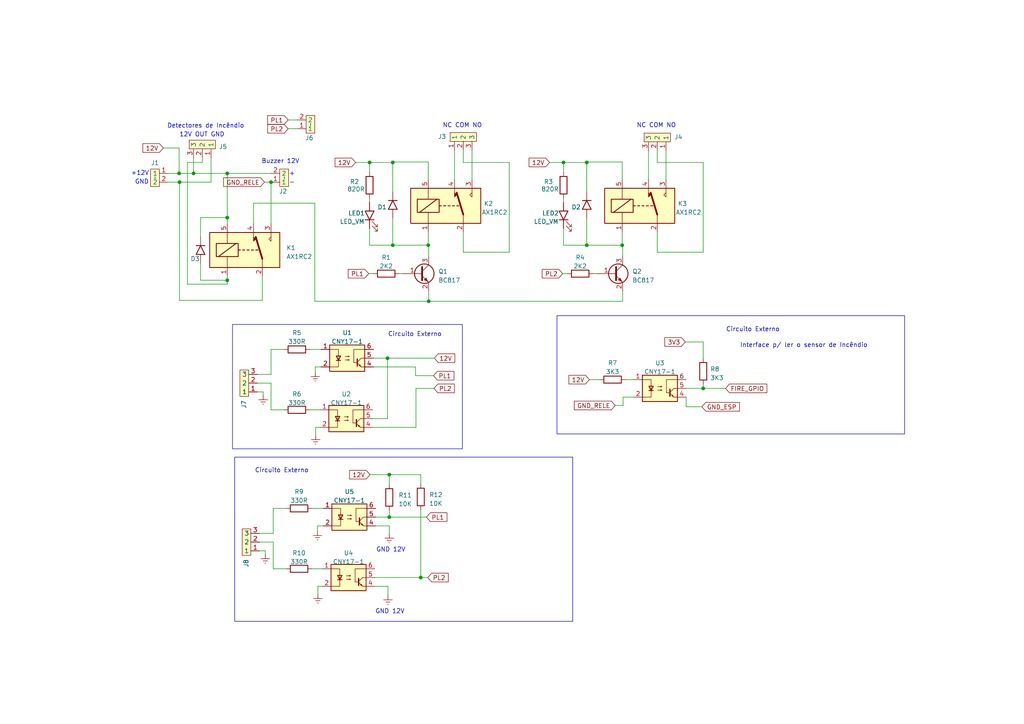
<source format=kicad_sch>
(kicad_sch (version 20230121) (generator eeschema)
  (paper "A4")
  (lib_symbols
    (symbol "Device:D" (pin_numbers hide) (pin_names (offset 1.016) hide)
      (property "Reference" "D1" (at 0.635 -2.794 90))
      (property "Value" "D" (at -1.905 -2.794 90))
      (symbol "D_0_1"
        (polyline (pts (xy -1.27 1.27) (xy -1.27 -1.27)) (stroke (width 0.254)))
        (polyline (pts (xy 1.27 1.27) (xy 1.27 -1.27) (xy -1.27 0) (xy 1.27 1.27)) (stroke (width 0.254)))
      )
      (symbol "D_1_1"
        (pin passive line (at -3.81 0 0) (length 2.54) (name "K") (number "1"))
        (pin passive line (at 3.81 0 180) (length 2.54) (name "A") (number "2"))
      )
    )
    (symbol "Device:LED" (pin_numbers hide) (pin_names (offset 1.016) hide)
      (property "Reference" "D3" (at -0.9525 -3.175 90))
      (property "Value" "LED" (at -3.4925 -3.175 90))
      (symbol "LED_0_1"
        (polyline (pts (xy -1.27 -1.27) (xy -1.27 1.27)) (stroke (width 0.254)))
        (polyline (pts (xy 1.27 -1.27) (xy 1.27 1.27) (xy -1.27 0) (xy 1.27 -1.27)) (stroke (width 0.254)))
        (polyline (pts (xy -3.048 -0.762) (xy -4.572 -2.286) (xy -3.81 -2.286) (xy -4.572 -2.286) (xy -4.572 -1.524)))
        (polyline (pts (xy -1.778 -0.762) (xy -3.302 -2.286) (xy -2.54 -2.286) (xy -3.302 -2.286) (xy -3.302 -1.524)))
      )
      (symbol "LED_1_1"
        (pin passive line (at -3.81 0 0) (length 2.54) (name "K") (number "1"))
        (pin passive line (at 3.81 0 180) (length 2.54) (name "A") (number "2"))
      )
    )
    (symbol "Device:R" (pin_numbers hide) (pin_names (offset 0))
      (property "Reference" "R" (at 2.032 0 90))
      (property "Value" "R" (at 0 0 90))
      (symbol "R_0_1"
        (rectangle (start -1.016 -2.54) (end 1.016 2.54) (stroke (width 0.254)))
      )
      (symbol "R_1_1"
        (pin passive line (at 0 3.81 270) (length 1.27) (name "~") (number "1"))
        (pin passive line (at 0 -3.81 90) (length 1.27) (name "~") (number "2"))
      )
    )
    (symbol "Isolator:CNY17-1" (pin_names (offset 1.016))
      (property "Reference" "U" (at -5.08 5.08 0))
      (property "Value" "CNY17-1" (at 0 5.08 0))
      (symbol "CNY17-1_0_1"
        (rectangle (start -5.08 3.81) (end 5.08 -3.81) (stroke (width 0.254)) (fill (type background)))
        (polyline (pts (xy -3.175 -0.635) (xy -1.905 -0.635)) (stroke (width 0.254)))
        (polyline (pts (xy 2.921 -1.397) (xy 4.064 -2.54)))
        (polyline (pts (xy 2.921 -1.27) (xy 1.905 -1.27)))
        (polyline (pts (xy 2.921 -1.143) (xy 4.064 0)))
        (polyline (pts (xy 4.064 -2.54) (xy 5.08 -2.54)))
        (polyline (pts (xy 5.08 0) (xy 4.064 0)))
        (polyline (pts (xy -5.08 2.54) (xy -2.54 2.54) (xy -2.54 -0.762)))
        (polyline (pts (xy -2.54 -0.635) (xy -2.54 -2.54) (xy -5.08 -2.54)))
        (polyline (pts (xy 1.905 -1.27) (xy 1.905 2.54) (xy 5.08 2.54)))
        (polyline (pts (xy 2.921 -0.254) (xy 2.921 -2.286) (xy 2.921 -2.286)) (stroke (width 0.3556)))
        (polyline (pts (xy -2.54 -0.635) (xy -3.175 0.635) (xy -1.905 0.635) (xy -2.54 -0.635)) (stroke (width 0.254)))
        (polyline (pts (xy 3.937 -2.413) (xy 3.683 -1.905) (xy 3.429 -2.159) (xy 3.937 -2.413)))
        (polyline (pts (xy -0.635 -0.508) (xy 0.635 -0.508) (xy 0.254 -0.635) (xy 0.254 -0.381) (xy 0.635 -0.508)))
        (polyline (pts (xy -0.635 0.508) (xy 0.635 0.508) (xy 0.254 0.381) (xy 0.254 0.635) (xy 0.635 0.508)))
      )
      (symbol "CNY17-1_1_1"
        (pin passive line (at -7.62 2.54 0) (length 2.54) (name "~") (number "1"))
        (pin passive line (at -7.62 -2.54 0) (length 2.54) (name "~") (number "2"))
        (pin no_connect line (at -5.08 0 0) (length 2.54) hide (name "NC") (number "3"))
        (pin passive line (at 7.62 -2.54 180) (length 2.54) (name "~") (number "4"))
        (pin passive line (at 7.62 0 180) (length 2.54) (name "~") (number "5"))
        (pin passive line (at 7.62 2.54 180) (length 2.54) (name "~") (number "6"))
      )
    )
    (symbol "KRE_2_vias_1"
      (property "Reference" "J" (at 0 -2.54 0))
      (symbol "KRE_2_vias_1_1_1"
        (rectangle (start -2.54 1.27) (end 2.54 -1.27) (fill (type background)))
        (pin input line (at -1.27 3.81 270) (length 2.54) (name "1") (number "1"))
        (pin input line (at 1.27 3.81 270) (length 2.54) (name "2") (number "2"))
      )
    )
    (symbol "My_Library_Conectors:KRE_2_vias"
      (property "Reference" "J" (at 0 -2.54 0))
      (symbol "KRE_2_vias_1_1"
        (rectangle (start -2.54 1.27) (end 2.54 -1.27) (fill (type background)))
        (pin input line (at -1.27 3.81 270) (length 2.54) (name "1") (number "1"))
        (pin input line (at 1.27 3.81 270) (length 2.54) (name "2") (number "2"))
      )
    )
    (symbol "My_Library_Conectors:KRE_3_vias"
      (property "Reference" "J" (at -5.08 0 0))
      (property "Value" "KRE_3_vias" (at 1.27 -2.54 0))
      (symbol "KRE_3_vias_1_1"
        (rectangle (start -2.54 1.27) (end 5.08 -1.27) (fill (type background)))
        (pin input line (at -1.27 3.81 270) (length 2.54) (name "1") (number "1"))
        (pin input line (at 1.27 3.81 270) (length 2.54) (name "2") (number "2"))
        (pin input line (at 3.81 3.81 270) (length 2.54) (name "3") (number "3"))
      )
    )
    (symbol "Relay:G5Q-1"
      (property "Reference" "K" (at 11.43 3.81 0))
      (property "Value" "G5Q-1" (at 11.43 1.27 0))
      (symbol "G5Q-1_0_0"
        (polyline (pts (xy 7.62 5.08) (xy 7.62 2.54) (xy 6.985 3.175) (xy 7.62 3.81)))
      )
      (symbol "G5Q-1_0_1"
        (rectangle (start -10.16 5.08) (end 10.16 -5.08) (stroke (width 0.254)) (fill (type background)))
        (rectangle (start -8.255 1.905) (end -1.905 -1.905) (stroke (width 0.254)))
        (polyline (pts (xy -7.62 -1.905) (xy -2.54 1.905)) (stroke (width 0.254)))
        (polyline (pts (xy -5.08 -5.08) (xy -5.08 -1.905)))
        (polyline (pts (xy -5.08 5.08) (xy -5.08 1.905)))
        (polyline (pts (xy -1.905 0) (xy -1.27 0)) (stroke (width 0.254)))
        (polyline (pts (xy -0.635 0) (xy 0 0)) (stroke (width 0.254)))
        (polyline (pts (xy 0.635 0) (xy 1.27 0)) (stroke (width 0.254)))
        (polyline (pts (xy 1.905 0) (xy 2.54 0)) (stroke (width 0.254)))
        (polyline (pts (xy 3.175 0) (xy 3.81 0)) (stroke (width 0.254)))
        (polyline (pts (xy 5.08 -2.54) (xy 3.175 3.81)) (stroke (width 0.508)))
        (polyline (pts (xy 5.08 -2.54) (xy 5.08 -5.08)))
        (polyline (pts (xy 2.54 5.08) (xy 2.54 2.54) (xy 3.175 3.175) (xy 2.54 3.81)) (fill (type outline)))
      )
      (symbol "G5Q-1_1_1"
        (pin passive line (at -5.08 -7.62 90) (length 2.54) (name "~") (number "1"))
        (pin passive line (at 5.08 -7.62 90) (length 2.54) (name "~") (number "2"))
        (pin passive line (at 7.62 7.62 270) (length 2.54) (name "~") (number "3"))
        (pin passive line (at 2.54 7.62 270) (length 2.54) (name "~") (number "4"))
        (pin passive line (at -5.08 7.62 270) (length 2.54) (name "~") (number "5"))
      )
    )
    (symbol "Transistor_BJT:BC817" (pin_names (offset 0) hide)
      (property "Reference" "Q" (at 5.08 1.905 0))
      (property "Value" "BC817" (at 5.08 0 0))
      (symbol "BC817_0_1"
        (polyline (pts (xy 0.635 0.635) (xy 2.54 2.54)))
        (polyline (pts (xy 0.635 -0.635) (xy 2.54 -2.54) (xy 2.54 -2.54)))
        (polyline (pts (xy 0.635 1.905) (xy 0.635 -1.905) (xy 0.635 -1.905)) (stroke (width 0.508)))
        (polyline (pts (xy 1.27 -1.778) (xy 1.778 -1.27) (xy 2.286 -2.286) (xy 1.27 -1.778) (xy 1.27 -1.778)) (fill (type outline)))
        (circle (center 1.27 0) (radius 2.8194) (stroke (width 0.254)))
      )
      (symbol "BC817_1_1"
        (pin input line (at -5.08 0 0) (length 5.715) (name "B") (number "1"))
        (pin passive line (at 2.54 -5.08 90) (length 2.54) (name "E") (number "2"))
        (pin passive line (at 2.54 5.08 270) (length 2.54) (name "C") (number "3"))
      )
    )
    (symbol "power:Earth" (power) (pin_names (offset 0))
      (symbol "Earth_0_1"
        (polyline (pts (xy -0.635 -1.905) (xy 0.635 -1.905)))
        (polyline (pts (xy -0.127 -2.54) (xy 0.127 -2.54)))
        (polyline (pts (xy 0 -1.27) (xy 0 0)))
        (polyline (pts (xy 1.27 -1.27) (xy -1.27 -1.27)))
      )
      (symbol "Earth_1_1"
        (pin power_in line (at 0 0 270) (length 0) hide (name "Earth") (number "1"))
      )
    )
  )
  (junction (at 180.467 71.12))
  (junction (at 112.903 137.668))
  (junction (at 112.903 149.987))
  (junction (at 113.919 47.117))
  (junction (at 170.18 71.12))
  (junction (at 163.449 47.117))
  (junction (at 122.047 167.513))
  (junction (at 52.07 52.832))
  (junction (at 203.962 112.649))
  (junction (at 170.18 47.117))
  (junction (at 65.913 81.28))
  (junction (at 107.188 47.117))
  (junction (at 65.913 63.119))
  (junction (at 65.913 50.292))
  (junction (at 113.919 71.12))
  (junction (at 78.613 52.832))
  (junction (at 112.395 103.886))
  (junction (at 124.206 71.12))
  (junction (at 124.333 87.376))
  (junction (at 56.134 50.292))
  (junction (at 51.943 50.292))
  (wire (pts (xy 193.167 43.688) (xy 193.167 52.07)))
  (wire (pts (xy 180.721 115.189) (xy 183.769 115.189)))
  (wire (pts (xy 188.087 52.07) (xy 188.087 43.688)))
  (wire (pts (xy 79.248 164.973) (xy 79.248 157.226)))
  (wire (pts (xy 203.962 112.649) (xy 199.009 112.649)))
  (wire (pts (xy 47.371 42.926) (xy 51.943 42.926)))
  (wire (pts (xy 198.755 99.187) (xy 203.962 99.187)))
  (wire (pts (xy 83.566 37.338) (xy 86.233 37.338)))
  (wire (pts (xy 78.613 101.346) (xy 78.613 108.585)))
  (wire (pts (xy 65.913 81.28) (xy 65.913 82.423)))
  (wire (pts (xy 75.311 159.766) (xy 76.962 159.766)))
  (wire (pts (xy 120.523 108.966) (xy 125.73 108.966)))
  (wire (pts (xy 91.44 106.426) (xy 93.091 106.426)))
  (wire (pts (xy 122.047 167.513) (xy 124.079 167.513)))
  (wire (pts (xy 56.134 45.72) (xy 56.134 50.292)))
  (wire (pts (xy 203.962 73.152) (xy 190.627 73.152)))
  (wire (pts (xy 78.613 108.585) (xy 74.676 108.585)))
  (wire (pts (xy 115.824 79.375) (xy 116.713 79.375)))
  (wire (pts (xy 52.07 52.832) (xy 52.07 87.122)))
  (wire (pts (xy 90.551 164.973) (xy 93.472 164.973)))
  (wire (pts (xy 74.676 113.665) (xy 76.327 113.665)))
  (wire (pts (xy 134.366 47.117) (xy 147.701 47.117)))
  (wire (pts (xy 163.449 57.531) (xy 163.449 58.674)))
  (wire (pts (xy 124.333 87.376) (xy 91.313 87.376)))
  (wire (pts (xy 78.613 111.125) (xy 74.676 111.125)))
  (wire (pts (xy 89.916 101.346) (xy 93.091 101.346)))
  (wire (pts (xy 65.913 63.119) (xy 65.913 64.897)))
  (wire (pts (xy 124.333 71.12) (xy 124.206 71.12)))
  (wire (pts (xy 163.449 47.117) (xy 170.18 47.117)))
  (wire (pts (xy 76.073 80.137) (xy 76.073 87.122)))
  (wire (pts (xy 199.009 115.189) (xy 199.009 117.983)))
  (wire (pts (xy 112.395 121.412) (xy 112.395 103.886)))
  (wire (pts (xy 112.395 103.886) (xy 108.331 103.886)))
  (wire (pts (xy 124.206 46.99) (xy 124.206 52.07)))
  (wire (pts (xy 65.913 80.137) (xy 65.913 81.28)))
  (wire (pts (xy 113.919 63.246) (xy 113.919 71.12)))
  (wire (pts (xy 124.333 87.376) (xy 180.594 87.376)))
  (wire (pts (xy 163.449 71.12) (xy 170.18 71.12)))
  (wire (pts (xy 58.166 81.28) (xy 65.913 81.28)))
  (wire (pts (xy 79.248 147.447) (xy 79.248 154.686)))
  (wire (pts (xy 112.522 172.72) (xy 112.522 170.053)))
  (wire (pts (xy 48.768 50.292) (xy 51.943 50.292)))
  (wire (pts (xy 83.566 34.798) (xy 86.233 34.798)))
  (wire (pts (xy 107.188 71.12) (xy 113.919 71.12)))
  (wire (pts (xy 124.333 74.295) (xy 124.333 71.12)))
  (wire (pts (xy 163.449 47.117) (xy 163.449 49.911)))
  (wire (pts (xy 58.674 47.117) (xy 58.674 45.72)))
  (wire (pts (xy 92.202 170.053) (xy 92.202 172.339)))
  (wire (pts (xy 82.931 164.973) (xy 79.248 164.973)))
  (wire (pts (xy 73.533 58.928) (xy 73.533 64.897)))
  (wire (pts (xy 78.613 52.832) (xy 78.613 64.897)))
  (wire (pts (xy 170.18 47.117) (xy 170.18 46.99)))
  (wire (pts (xy 112.903 137.668) (xy 112.903 140.462)))
  (wire (pts (xy 113.919 47.117) (xy 113.919 46.99)))
  (wire (pts (xy 122.047 147.955) (xy 122.047 167.513)))
  (wire (pts (xy 199.009 117.983) (xy 203.581 117.983)))
  (wire (pts (xy 113.919 47.117) (xy 113.919 55.626)))
  (wire (pts (xy 113.919 46.99) (xy 124.206 46.99)))
  (wire (pts (xy 54.356 47.117) (xy 54.356 82.423)))
  (wire (pts (xy 56.134 50.292) (xy 65.913 50.292)))
  (wire (pts (xy 79.248 157.226) (xy 75.311 157.226)))
  (wire (pts (xy 147.701 47.117) (xy 147.701 73.152)))
  (wire (pts (xy 108.077 123.952) (xy 120.65 123.952)))
  (wire (pts (xy 170.18 46.99) (xy 180.467 46.99)))
  (wire (pts (xy 51.943 42.926) (xy 51.943 50.292)))
  (wire (pts (xy 120.65 112.649) (xy 125.857 112.649)))
  (wire (pts (xy 76.962 159.766) (xy 76.962 160.782)))
  (wire (pts (xy 108.077 121.412) (xy 112.395 121.412)))
  (wire (pts (xy 82.296 118.872) (xy 78.613 118.872)))
  (wire (pts (xy 107.188 66.294) (xy 107.188 71.12)))
  (wire (pts (xy 134.366 43.561) (xy 134.366 47.117)))
  (wire (pts (xy 112.903 137.668) (xy 107.315 137.668)))
  (wire (pts (xy 120.65 123.952) (xy 120.65 112.649)))
  (wire (pts (xy 180.594 74.295) (xy 180.594 71.12)))
  (wire (pts (xy 48.768 52.832) (xy 52.07 52.832)))
  (wire (pts (xy 136.906 43.561) (xy 136.906 52.07)))
  (wire (pts (xy 203.962 111.506) (xy 203.962 112.649)))
  (wire (pts (xy 91.44 107.95) (xy 91.44 106.426)))
  (wire (pts (xy 163.449 66.294) (xy 163.449 71.12)))
  (wire (pts (xy 73.533 58.928) (xy 91.313 58.928)))
  (wire (pts (xy 203.962 47.117) (xy 203.962 73.152)))
  (wire (pts (xy 78.613 118.872) (xy 78.613 111.125)))
  (wire (pts (xy 93.472 170.053) (xy 92.202 170.053)))
  (wire (pts (xy 112.903 152.527) (xy 108.966 152.527)))
  (wire (pts (xy 180.467 67.31) (xy 180.467 71.12)))
  (wire (pts (xy 91.313 87.376) (xy 91.313 58.928)))
  (wire (pts (xy 54.356 82.423) (xy 65.913 82.423)))
  (wire (pts (xy 79.248 154.686) (xy 75.311 154.686)))
  (wire (pts (xy 170.18 47.117) (xy 170.18 55.626)))
  (wire (pts (xy 178.435 117.602) (xy 180.721 117.602)))
  (wire (pts (xy 92.837 123.952) (xy 91.567 123.952)))
  (wire (pts (xy 82.931 147.447) (xy 79.248 147.447)))
  (wire (pts (xy 108.331 106.426) (xy 120.523 106.426)))
  (wire (pts (xy 163.195 79.375) (xy 164.465 79.375)))
  (wire (pts (xy 131.826 43.561) (xy 131.826 52.07)))
  (wire (pts (xy 112.903 148.082) (xy 112.903 149.987)))
  (wire (pts (xy 113.919 71.12) (xy 124.206 71.12)))
  (wire (pts (xy 107.188 47.117) (xy 113.919 47.117)))
  (wire (pts (xy 52.07 87.122) (xy 76.073 87.122)))
  (wire (pts (xy 107.188 47.117) (xy 107.188 49.911)))
  (wire (pts (xy 92.075 152.527) (xy 93.726 152.527)))
  (wire (pts (xy 159.385 47.117) (xy 163.449 47.117)))
  (wire (pts (xy 90.551 147.447) (xy 93.726 147.447)))
  (wire (pts (xy 112.395 103.886) (xy 125.984 103.886)))
  (wire (pts (xy 203.962 112.649) (xy 210.439 112.649)))
  (wire (pts (xy 112.903 149.987) (xy 108.966 149.987)))
  (wire (pts (xy 89.916 118.872) (xy 92.837 118.872)))
  (wire (pts (xy 190.627 67.31) (xy 190.627 73.152)))
  (wire (pts (xy 58.166 63.119) (xy 65.913 63.119)))
  (wire (pts (xy 92.075 154.051) (xy 92.075 152.527)))
  (wire (pts (xy 123.698 149.987) (xy 112.903 149.987)))
  (wire (pts (xy 103.124 47.117) (xy 107.188 47.117)))
  (wire (pts (xy 203.962 99.187) (xy 203.962 103.886)))
  (wire (pts (xy 58.166 76.327) (xy 58.166 81.28)))
  (wire (pts (xy 78.613 50.292) (xy 65.913 50.292)))
  (wire (pts (xy 76.708 52.832) (xy 78.613 52.832)))
  (wire (pts (xy 82.296 101.346) (xy 78.613 101.346)))
  (wire (pts (xy 170.18 71.12) (xy 180.467 71.12)))
  (wire (pts (xy 190.627 43.688) (xy 190.627 47.117)))
  (wire (pts (xy 76.327 113.665) (xy 76.327 114.681)))
  (wire (pts (xy 190.627 47.117) (xy 203.962 47.117)))
  (wire (pts (xy 124.206 67.31) (xy 124.206 71.12)))
  (wire (pts (xy 65.913 50.292) (xy 65.913 63.119)))
  (wire (pts (xy 122.047 140.335) (xy 122.047 137.668)))
  (wire (pts (xy 112.903 137.668) (xy 122.047 137.668)))
  (wire (pts (xy 106.934 79.375) (xy 108.204 79.375)))
  (wire (pts (xy 61.214 45.72) (xy 61.214 52.832)))
  (wire (pts (xy 58.166 68.707) (xy 58.166 63.119)))
  (wire (pts (xy 78.613 52.832) (xy 78.74 52.832)))
  (wire (pts (xy 180.594 71.12) (xy 180.467 71.12)))
  (wire (pts (xy 172.085 79.375) (xy 172.974 79.375)))
  (wire (pts (xy 112.903 154.813) (xy 112.903 152.527)))
  (wire (pts (xy 170.942 110.109) (xy 173.863 110.109)))
  (wire (pts (xy 134.366 67.31) (xy 134.366 73.152)))
  (wire (pts (xy 180.721 117.602) (xy 180.721 115.189)))
  (wire (pts (xy 52.07 52.832) (xy 61.214 52.832)))
  (wire (pts (xy 108.712 167.513) (xy 122.047 167.513)))
  (wire (pts (xy 91.567 123.952) (xy 91.567 126.238)))
  (wire (pts (xy 180.467 46.99) (xy 180.467 52.07)))
  (wire (pts (xy 108.712 170.053) (xy 112.522 170.053)))
  (wire (pts (xy 147.701 73.152) (xy 134.366 73.152)))
  (wire (pts (xy 120.523 106.426) (xy 120.523 108.966)))
  (wire (pts (xy 124.333 84.455) (xy 124.333 87.376)))
  (wire (pts (xy 54.356 47.117) (xy 58.674 47.117)))
  (wire (pts (xy 51.943 50.292) (xy 56.134 50.292)))
  (wire (pts (xy 181.483 110.109) (xy 183.769 110.109)))
  (wire (pts (xy 107.188 57.531) (xy 107.188 58.674)))
  (wire (pts (xy 180.594 84.455) (xy 180.594 87.376)))
  (wire (pts (xy 170.18 63.246) (xy 170.18 71.12)))
  (rectangle (start 161.544 91.567) (end 262.382 125.857))
  (rectangle (start 68.072 132.588) (end 166.116 180.213))
  (rectangle (start 67.437 94.107) (end 134.112 130.175))
  (text "Circuito Externo" (at 112.522 97.79 0) (effects (font (size 1.27 1.27)) (justify left bottom)))
  (text "12V OUT GND" (at 65.151 39.878 0) (effects (font (size 1.27 1.27)) (justify right bottom)))
  (text "Detectores de Incêndio" (at 70.866 37.338 0) (effects (font (size 1.27 1.27)) (justify right bottom)))
  (text "Buzzer 12V" (at 86.868 47.625 0) (effects (font (size 1.27 1.27)) (justify right bottom)))
  (text "+\n" (at 85.598 51.181 0) (effects (font (size 1.27 1.27)) (justify right bottom)))
  (text "+12V" (at 37.973 51.054 0) (effects (font (size 1.27 1.27)) (justify left bottom)))
  (text "Circuito Externo" (at 210.566 96.393 0) (effects (font (size 1.27 1.27)) (justify left bottom)))
  (text "NC COM NO" (at 139.827 37.211 0) (effects (font (size 1.27 1.27)) (justify right bottom)))
  (text "GND" (at 39.116 53.594 0) (effects (font (size 1.27 1.27)) (justify left bottom)))
  (text "-\n\n" (at 85.598 55.753 0) (effects (font (size 1.27 1.27)) (justify right bottom)))
  (text "GND 12V" (at 109.093 160.274 0) (effects (font (size 1.27 1.27)) (justify left bottom)))
  (text "NC COM NO" (at 196.088 37.211 0) (effects (font (size 1.27 1.27)) (justify right bottom)))
  (text "Interface p/ ler o sensor de Incêndio" (at 214.63 100.965 0) (effects (font (size 1.27 1.27)) (justify left bottom)))
  (text "GND 12V" (at 108.839 178.181 0) (effects (font (size 1.27 1.27)) (justify left bottom)))
  (text "Circuito Externo" (at 73.914 137.287 0) (effects (font (size 1.27 1.27)) (justify left bottom)))
  (global_label "GND_RELE" (shape input) (at 178.435 117.602 180) (property "Intersheetrefs" "${INTERSHEET_REFS}" (effects hide)))
  (global_label "PL1" (shape input) (at 83.566 34.798 180) (property "Intersheetrefs" "${INTERSHEET_REFS}" (effects hide)))
  (global_label "PL2" (shape input) (at 163.195 79.375 180) (property "Intersheetrefs" "${INTERSHEET_REFS}" (effects hide)))
  (global_label "PL2" (shape input) (at 125.857 112.649 0) (property "Intersheetrefs" "${INTERSHEET_REFS}" (effects hide)))
  (global_label "12V" (shape input) (at 170.942 110.109 180) (property "Intersheetrefs" "${INTERSHEET_REFS}" (effects hide)))
  (global_label "12V" (shape input) (at 107.315 137.668 180) (property "Intersheetrefs" "${INTERSHEET_REFS}" (effects hide)))
  (global_label "PL2" (shape input) (at 124.079 167.513 0) (property "Intersheetrefs" "${INTERSHEET_REFS}" (effects hide)))
  (global_label "FIRE_GPIO" (shape input) (at 210.439 112.649 0) (property "Intersheetrefs" "${INTERSHEET_REFS}" (effects hide)))
  (global_label "3V3" (shape input) (at 198.755 99.187 180) (property "Intersheetrefs" "${INTERSHEET_REFS}" (effects hide)))
  (global_label "PL1" (shape input) (at 125.73 108.966 0) (property "Intersheetrefs" "${INTERSHEET_REFS}" (effects hide)))
  (global_label "12V" (shape input) (at 125.984 103.886 0) (property "Intersheetrefs" "${INTERSHEET_REFS}" (effects hide)))
  (global_label "PL1" (shape input) (at 106.934 79.375 180) (property "Intersheetrefs" "${INTERSHEET_REFS}" (effects hide)))
  (global_label "12V" (shape input) (at 103.124 47.117 180) (property "Intersheetrefs" "${INTERSHEET_REFS}" (effects hide)))
  (global_label "12V" (shape input) (at 159.385 47.117 180) (property "Intersheetrefs" "${INTERSHEET_REFS}" (effects hide)))
  (global_label "GND_RELE" (shape input) (at 76.708 52.832 180) (property "Intersheetrefs" "${INTERSHEET_REFS}" (effects hide)))
  (global_label "GND_ESP" (shape input) (at 203.581 117.983 0) (property "Intersheetrefs" "${INTERSHEET_REFS}" (effects hide)))
  (global_label "PL1" (shape input) (at 123.698 149.987 0) (property "Intersheetrefs" "${INTERSHEET_REFS}" (effects hide)))
  (global_label "12V" (shape input) (at 47.371 42.926 180) (property "Intersheetrefs" "${INTERSHEET_REFS}" (effects hide)))
  (global_label "PL2" (shape input) (at 83.566 37.338 180) (property "Intersheetrefs" "${INTERSHEET_REFS}" (effects hide)))
  (symbol (lib_name "KRE_2_vias_1") (lib_id "My_Library_Conectors:KRE_2_vias") (at 82.423 51.562 90) (unit 1)
    (property "Reference" "J2" (at 83.312 55.499 90) (effects (justify left)))
    (property "Value" "~" (at 82.423 51.562 0))
    (property "Footprint" "My_library_footprint:KRE_2Vias" (effects hide))
  )
  (symbol (lib_id "My_Library_Conectors:KRE_3_vias") (at 133.096 39.751 0) (mirror x) (unit 1)
    (property "Reference" "J3" (at 129.413 39.624 0) (effects (justify right)))
    (property "Value" "KRE_3_vias" (effects hide))
    (property "Footprint" "My_library_footprint:KRE_3Vias" (effects hide))
  )
  (symbol (lib_id "Relay:G5Q-1") (at 185.547 59.69 0) (unit 1)
    (property "Reference" "K3" (at 196.596 59.055 0) (effects (justify left)))
    (property "Value" "AX1RC2" (at 195.961 61.595 0) (effects (justify left)))
    (property "Footprint" "My_library_footprint:AX1RC" (effects hide))
    (property "Datasheet" "https://www.omron.com/ecb/products/pdf/en-g5q.pdf" (effects hide))
  )
  (symbol (lib_id "My_Library_Conectors:KRE_3_vias") (at 71.501 158.496 270) (mirror x) (unit 1)
    (property "Reference" "J8" (at 71.374 162.179 0) (effects (justify right)))
    (property "Value" "KRE_3_vias" (effects hide))
    (property "Footprint" "My_library_footprint:KRE_3Vias" (effects hide))
  )
  (symbol (lib_id "power:Earth") (at 76.962 160.782 0) (unit 1)
    (property "Reference" "#PWR04" (effects hide))
    (property "Value" "Earth" (effects hide))
  )
  (symbol (lib_id "Device:LED") (at 163.449 62.484 90) (unit 1)
    (property "Reference" "LED2" (at 157.226 61.849 90) (effects (justify right)))
    (property "Value" "LED_VM" (at 154.813 64.262 90) (effects (justify right)))
    (property "Footprint" "LED_SMD:LED_0603_1608Metric" (effects hide))
  )
  (symbol (lib_id "Isolator:CNY17-1") (at 101.092 167.513 0) (unit 1)
    (property "Reference" "U4" (at 101.092 160.401 0))
    (property "Value" "CNY17-1" (at 101.092 162.941 0))
    (property "Datasheet" "http://www.vishay.com/docs/83606/cny17.pdf" (effects hide))
  )
  (symbol (lib_id "power:Earth") (at 112.903 154.813 0) (unit 1)
    (property "Reference" "#PWR07" (effects hide))
    (property "Value" "Earth" (effects hide))
  )
  (symbol (lib_id "Device:D") (at 58.166 72.517 270) (unit 1)
    (property "Reference" "D3" (at 55.245 75.057 90) (effects (justify left)))
    (property "Value" "1N4007" (effects hide))
    (property "Footprint" "My_library_footprint:Diodo_SM_DO-214" (effects hide))
    (property "Sim.Device" "D" (effects hide))
    (property "Sim.Pins" "1=K 2=A" (effects hide))
  )
  (symbol (lib_id "Device:LED") (at 107.188 62.484 90) (unit 1)
    (property "Reference" "LED1" (at 100.965 61.849 90) (effects (justify right)))
    (property "Value" "LED_VM" (at 98.552 64.262 90) (effects (justify right)))
    (property "Footprint" "LED_SMD:LED_0603_1608Metric" (effects hide))
  )
  (symbol (lib_id "Device:R") (at 112.903 144.272 180) (unit 1)
    (property "Reference" "R11" (at 115.57 143.637 0) (effects (justify right)))
    (property "Value" "10K" (at 115.57 146.177 0) (effects (justify right)))
  )
  (symbol (lib_id "Isolator:CNY17-1") (at 101.346 149.987 0) (unit 1)
    (property "Reference" "U5" (at 101.346 142.621 0))
    (property "Value" "CNY17-1" (at 101.346 145.161 0))
    (property "Datasheet" "http://www.vishay.com/docs/83606/cny17.pdf" (effects hide))
  )
  (symbol (lib_id "Device:R") (at 112.014 79.375 90) (unit 1)
    (property "Reference" "R1" (at 112.014 74.676 90))
    (property "Value" "2K2" (at 112.014 77.216 90))
    (property "Footprint" "Resistor_SMD:R_0805_2012Metric" (effects hide))
  )
  (symbol (lib_id "Isolator:CNY17-1") (at 100.457 121.412 0) (unit 1)
    (property "Reference" "U2" (at 100.457 114.3 0))
    (property "Value" "CNY17-1" (at 100.457 116.84 0))
    (property "Datasheet" "http://www.vishay.com/docs/83606/cny17.pdf" (effects hide))
  )
  (symbol (lib_id "Device:R") (at 86.106 118.872 90) (unit 1)
    (property "Reference" "R6" (at 86.106 114.3 90))
    (property "Value" "330R" (at 86.106 116.84 90))
  )
  (symbol (lib_id "Relay:G5Q-1") (at 70.993 72.517 0) (unit 1)
    (property "Reference" "K1" (at 83.058 71.882 0) (effects (justify left)))
    (property "Value" "AX1RC2" (at 83.058 74.422 0) (effects (justify left)))
    (property "Footprint" "My_library_footprint:AX1RC" (effects hide))
    (property "Datasheet" "https://www.omron.com/ecb/products/pdf/en-g5q.pdf" (effects hide))
  )
  (symbol (lib_id "Device:R") (at 163.449 53.721 0) (unit 1)
    (property "Reference" "R3" (at 157.734 52.705 0) (effects (justify left)))
    (property "Value" "820R" (at 156.972 54.864 0) (effects (justify left)))
    (property "Footprint" "Resistor_SMD:R_0805_2012Metric" (effects hide))
  )
  (symbol (lib_id "Device:D") (at 170.18 59.436 270) (unit 1)
    (property "Reference" "D2" (at 165.735 60.071 90) (effects (justify left)))
    (property "Value" "1N4007" (effects hide))
    (property "Footprint" "My_library_footprint:Diodo_SM_DO-214" (effects hide))
    (property "Sim.Device" "D" (effects hide))
    (property "Sim.Pins" "1=K 2=A" (effects hide))
  )
  (symbol (lib_id "Device:R") (at 203.962 107.696 180) (unit 1)
    (property "Reference" "R8" (at 205.994 107.061 0) (effects (justify right)))
    (property "Value" "3K3" (at 205.994 109.601 0) (effects (justify right)))
  )
  (symbol (lib_id "Device:R") (at 86.741 147.447 90) (unit 1)
    (property "Reference" "R9" (at 86.741 142.621 90))
    (property "Value" "330R" (at 86.741 145.161 90))
  )
  (symbol (lib_id "My_Library_Conectors:KRE_3_vias") (at 70.866 112.395 270) (mirror x) (unit 1)
    (property "Reference" "J7" (at 70.739 116.078 0) (effects (justify right)))
    (property "Value" "KRE_3_vias" (effects hide))
    (property "Footprint" "My_library_footprint:KRE_3Vias" (effects hide))
  )
  (symbol (lib_id "Device:D") (at 113.919 59.436 270) (unit 1)
    (property "Reference" "D1" (at 109.474 60.071 90) (effects (justify left)))
    (property "Value" "1N4007" (effects hide))
    (property "Footprint" "My_library_footprint:Diodo_SM_DO-214" (effects hide))
    (property "Sim.Device" "D" (effects hide))
    (property "Sim.Pins" "1=K 2=A" (effects hide))
  )
  (symbol (lib_id "power:Earth") (at 112.522 172.72 0) (unit 1)
    (property "Reference" "#PWR08" (effects hide))
    (property "Value" "Earth" (effects hide))
  )
  (symbol (lib_id "power:Earth") (at 92.075 154.051 0) (unit 1)
    (property "Reference" "#PWR05" (effects hide))
    (property "Value" "Earth" (effects hide))
  )
  (symbol (lib_id "power:Earth") (at 76.327 114.681 0) (unit 1)
    (property "Reference" "#PWR03" (effects hide))
    (property "Value" "Earth" (effects hide))
  )
  (symbol (lib_id "Isolator:CNY17-1") (at 100.711 103.886 0) (unit 1)
    (property "Reference" "U1" (at 100.711 96.52 0))
    (property "Value" "CNY17-1" (at 100.711 99.06 0))
    (property "Datasheet" "http://www.vishay.com/docs/83606/cny17.pdf" (effects hide))
  )
  (symbol (lib_id "power:Earth") (at 92.202 172.339 0) (unit 1)
    (property "Reference" "#PWR06" (effects hide))
    (property "Value" "Earth" (effects hide))
  )
  (symbol (lib_id "Device:R") (at 122.047 144.145 180) (unit 1)
    (property "Reference" "R12" (at 124.46 143.51 0) (effects (justify right)))
    (property "Value" "10K" (at 124.46 146.05 0) (effects (justify right)))
  )
  (symbol (lib_id "Transistor_BJT:BC817") (at 178.054 79.375 0) (unit 1)
    (property "Reference" "Q2" (at 183.388 78.74 0) (effects (justify left)))
    (property "Value" "BC817" (at 183.388 81.28 0) (effects (justify left)))
    (property "Footprint" "Package_TO_SOT_SMD:SOT-23" (effects hide))
    (property "Datasheet" "https://www.onsemi.com/pub/Collateral/BC818-D.pdf" (effects hide))
  )
  (symbol (lib_id "Device:R") (at 86.741 164.973 90) (unit 1)
    (property "Reference" "R10" (at 86.741 160.401 90))
    (property "Value" "330R" (at 86.741 162.941 90))
  )
  (symbol (lib_id "Relay:G5Q-1") (at 129.286 59.69 0) (unit 1)
    (property "Reference" "K2" (at 140.335 59.055 0) (effects (justify left)))
    (property "Value" "AX1RC2" (at 139.7 61.595 0) (effects (justify left)))
    (property "Footprint" "My_library_footprint:AX1RC" (effects hide))
    (property "Datasheet" "https://www.omron.com/ecb/products/pdf/en-g5q.pdf" (effects hide))
  )
  (symbol (lib_id "power:Earth") (at 91.44 107.95 0) (unit 1)
    (property "Reference" "#PWR01" (effects hide))
    (property "Value" "Earth" (effects hide))
  )
  (symbol (lib_id "Device:R") (at 86.106 101.346 90) (unit 1)
    (property "Reference" "R5" (at 86.106 96.52 90))
    (property "Value" "330R" (at 86.106 99.06 90))
  )
  (symbol (lib_id "Device:R") (at 168.275 79.375 90) (unit 1)
    (property "Reference" "R4" (at 168.275 74.676 90))
    (property "Value" "2K2" (at 168.275 77.216 90))
    (property "Footprint" "Resistor_SMD:R_0805_2012Metric" (effects hide))
  )
  (symbol (lib_id "My_Library_Conectors:KRE_3_vias") (at 191.897 39.878 180) (unit 1)
    (property "Reference" "J4" (at 195.58 39.751 0) (effects (justify right)))
    (property "Value" "KRE_3_vias" (effects hide))
    (property "Footprint" "My_library_footprint:KRE_3Vias" (effects hide))
  )
  (symbol (lib_id "My_Library_Conectors:KRE_3_vias") (at 59.944 41.91 180) (unit 1)
    (property "Reference" "J5" (at 63.5 42.545 0) (effects (justify right)))
    (property "Value" "KRE_3_vias" (effects hide))
    (property "Footprint" "My_library_footprint:KRE_3Vias" (effects hide))
  )
  (symbol (lib_id "Device:R") (at 107.188 53.721 0) (unit 1)
    (property "Reference" "R2" (at 101.473 52.705 0) (effects (justify left)))
    (property "Value" "820R" (at 100.711 54.864 0) (effects (justify left)))
    (property "Footprint" "Resistor_SMD:R_0805_2012Metric" (effects hide))
  )
  (symbol (lib_id "power:Earth") (at 91.567 126.238 0) (unit 1)
    (property "Reference" "#PWR02" (effects hide))
    (property "Value" "Earth" (effects hide))
  )
  (symbol (lib_id "Isolator:CNY17-1") (at 191.389 112.649 0) (unit 1)
    (property "Reference" "U3" (at 191.389 105.283 0))
    (property "Value" "CNY17-1" (at 191.389 107.823 0))
    (property "Datasheet" "http://www.vishay.com/docs/83606/cny17.pdf" (effects hide))
  )
  (symbol (lib_id "Device:R") (at 177.673 110.109 90) (unit 1)
    (property "Reference" "R7" (at 177.673 105.283 90))
    (property "Value" "3K3" (at 177.673 107.823 90))
  )
  (symbol (lib_name "KRE_2_vias_1") (lib_id "My_Library_Conectors:KRE_2_vias") (at 90.043 36.068 90) (unit 1)
    (property "Reference" "J6" (at 90.932 40.005 90) (effects (justify left)))
    (property "Value" "~" (at 90.043 36.068 0))
    (property "Footprint" "My_library_footprint:KRE_2Vias" (effects hide))
  )
  (symbol (lib_id "Transistor_BJT:BC817") (at 121.793 79.375 0) (unit 1)
    (property "Reference" "Q1" (at 127.127 78.74 0) (effects (justify left)))
    (property "Value" "BC817" (at 127.127 81.28 0) (effects (justify left)))
    (property "Footprint" "Package_TO_SOT_SMD:SOT-23" (effects hide))
    (property "Datasheet" "https://www.onsemi.com/pub/Collateral/BC818-D.pdf" (effects hide))
  )
  (symbol (lib_id "My_Library_Conectors:KRE_2_vias") (at 44.958 51.562 270) (unit 1)
    (property "Reference" "J1" (at 44.958 47.244 90))
    (property "Value" "~" (at 44.958 51.562 0))
    (property "Footprint" "My_library_footprint:KRE_2Vias" (effects hide))
  )
)
</source>
